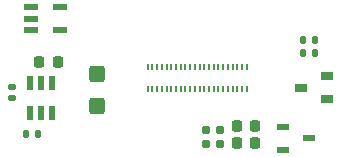
<source format=gbr>
%TF.GenerationSoftware,KiCad,Pcbnew,9.0.0*%
%TF.CreationDate,2025-04-09T13:07:37+02:00*%
%TF.ProjectId,breakoutboard,62726561-6b6f-4757-9462-6f6172642e6b,rev?*%
%TF.SameCoordinates,Original*%
%TF.FileFunction,Paste,Top*%
%TF.FilePolarity,Positive*%
%FSLAX46Y46*%
G04 Gerber Fmt 4.6, Leading zero omitted, Abs format (unit mm)*
G04 Created by KiCad (PCBNEW 9.0.0) date 2025-04-09 13:07:37*
%MOMM*%
%LPD*%
G01*
G04 APERTURE LIST*
G04 Aperture macros list*
%AMRoundRect*
0 Rectangle with rounded corners*
0 $1 Rounding radius*
0 $2 $3 $4 $5 $6 $7 $8 $9 X,Y pos of 4 corners*
0 Add a 4 corners polygon primitive as box body*
4,1,4,$2,$3,$4,$5,$6,$7,$8,$9,$2,$3,0*
0 Add four circle primitives for the rounded corners*
1,1,$1+$1,$2,$3*
1,1,$1+$1,$4,$5*
1,1,$1+$1,$6,$7*
1,1,$1+$1,$8,$9*
0 Add four rect primitives between the rounded corners*
20,1,$1+$1,$2,$3,$4,$5,0*
20,1,$1+$1,$4,$5,$6,$7,0*
20,1,$1+$1,$6,$7,$8,$9,0*
20,1,$1+$1,$8,$9,$2,$3,0*%
G04 Aperture macros list end*
%ADD10RoundRect,0.135000X-0.135000X-0.185000X0.135000X-0.185000X0.135000X0.185000X-0.135000X0.185000X0*%
%ADD11R,1.050000X0.600000*%
%ADD12R,1.200000X0.600000*%
%ADD13RoundRect,0.160000X0.197500X0.160000X-0.197500X0.160000X-0.197500X-0.160000X0.197500X-0.160000X0*%
%ADD14RoundRect,0.140000X-0.140000X-0.170000X0.140000X-0.170000X0.140000X0.170000X-0.140000X0.170000X0*%
%ADD15RoundRect,0.250000X0.425000X-0.450000X0.425000X0.450000X-0.425000X0.450000X-0.425000X-0.450000X0*%
%ADD16RoundRect,0.225000X-0.225000X-0.250000X0.225000X-0.250000X0.225000X0.250000X-0.225000X0.250000X0*%
%ADD17RoundRect,0.140000X0.170000X-0.140000X0.170000X0.140000X-0.170000X0.140000X-0.170000X-0.140000X0*%
%ADD18R,0.220000X0.550000*%
%ADD19R,0.600000X1.200000*%
%ADD20R,1.100000X0.650000*%
G04 APERTURE END LIST*
D10*
%TO.C,REF\u002A\u002A*%
X158990000Y-97900000D03*
X160010000Y-97900000D03*
%TD*%
%TO.C,REF\u002A\u002A*%
X158990000Y-96800000D03*
X160010000Y-96800000D03*
%TD*%
D11*
%TO.C,D1*%
X157300000Y-104150000D03*
X157300000Y-106050000D03*
X159500000Y-105100000D03*
%TD*%
D12*
%TO.C,IC2*%
X135900000Y-94000000D03*
X135900000Y-94950000D03*
X135900000Y-95900000D03*
X138400000Y-95900000D03*
X138400000Y-94000000D03*
%TD*%
D13*
%TO.C,R2*%
X151897500Y-105600000D03*
X150702500Y-105600000D03*
%TD*%
D14*
%TO.C,C3*%
X135520000Y-104700000D03*
X136480000Y-104700000D03*
%TD*%
D15*
%TO.C,C2*%
X141500000Y-102350000D03*
X141500000Y-99650000D03*
%TD*%
D16*
%TO.C,C5*%
X136625000Y-98600000D03*
X138175000Y-98600000D03*
%TD*%
D17*
%TO.C,C4*%
X134300000Y-101680000D03*
X134300000Y-100720000D03*
%TD*%
D13*
%TO.C,R1*%
X151897500Y-104400000D03*
X150702500Y-104400000D03*
%TD*%
D18*
%TO.C,J1*%
X146200000Y-100925000D03*
X146200000Y-99075000D03*
X146600000Y-100925000D03*
X146600000Y-99075000D03*
X147000000Y-100925000D03*
X147000000Y-99075000D03*
X147400000Y-100925000D03*
X147400000Y-99075000D03*
X147800000Y-100925000D03*
X147800000Y-99075000D03*
X148200000Y-100925000D03*
X148200000Y-99075000D03*
X148600000Y-100925000D03*
X148600000Y-99075000D03*
X149000000Y-100925000D03*
X149000000Y-99075000D03*
X149400000Y-100925000D03*
X149400000Y-99075000D03*
X149800000Y-100925000D03*
X149800000Y-99075000D03*
X150200000Y-100925000D03*
X150200000Y-99075000D03*
X150600000Y-100925000D03*
X150600000Y-99075000D03*
X151000000Y-100925000D03*
X151000000Y-99075000D03*
X151400000Y-100925000D03*
X151400000Y-99075000D03*
X151800000Y-100925000D03*
X151800000Y-99075000D03*
X152200000Y-100925000D03*
X152200000Y-99075000D03*
X152600000Y-100925000D03*
X152600000Y-99075000D03*
X153000000Y-100925000D03*
X153000000Y-99075000D03*
X153400000Y-100925000D03*
X153400000Y-99075000D03*
X153800000Y-100925000D03*
X153800000Y-99075000D03*
X145800000Y-100925000D03*
X145800000Y-99075000D03*
X154200000Y-100925000D03*
X154200000Y-99075000D03*
%TD*%
D19*
%TO.C,IC1*%
X135800000Y-102900000D03*
X136750000Y-102900000D03*
X137700000Y-102900000D03*
X137700000Y-100400000D03*
X136750000Y-100400000D03*
X135800000Y-100400000D03*
%TD*%
D16*
%TO.C,C1*%
X153325000Y-104000000D03*
X154875000Y-104000000D03*
%TD*%
D20*
%TO.C,IC3*%
X161000000Y-101750000D03*
X161000000Y-99850000D03*
X158800000Y-100800000D03*
%TD*%
D16*
%TO.C,C6*%
X153325000Y-105500000D03*
X154875000Y-105500000D03*
%TD*%
M02*

</source>
